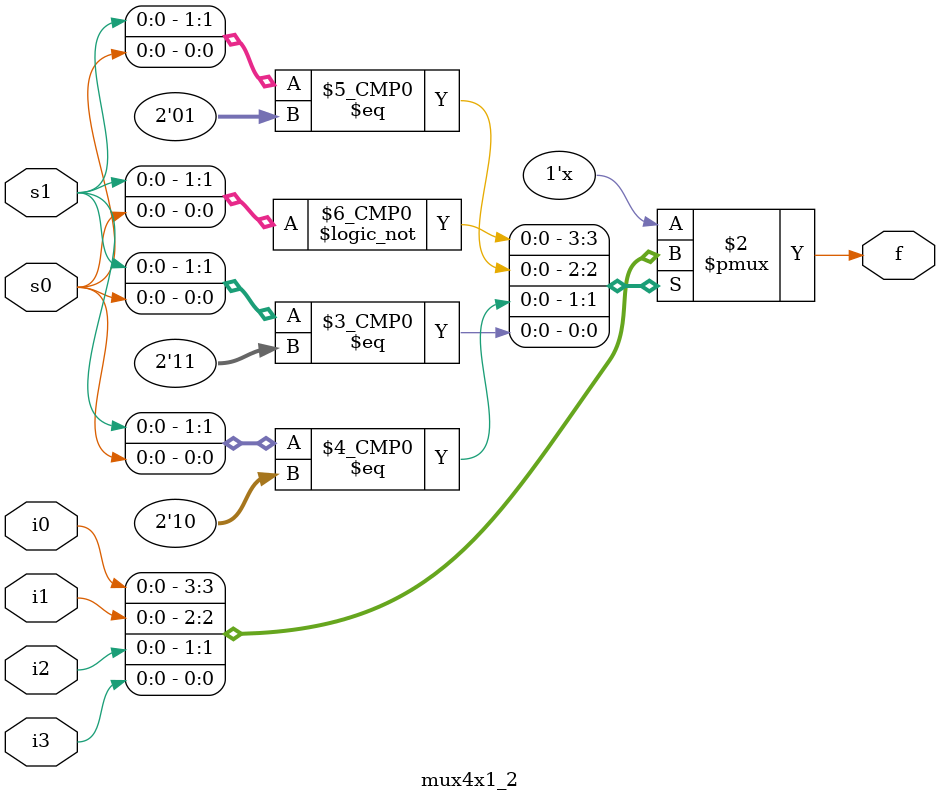
<source format=v>
module mux4x1_2 (
    input wire i0, i1, i2, i3,
    input wire s0, s1,
    output reg f
);

    always @(*) begin
        case ({s1, s0})
            2'b00: f = i0;
            2'b01: f = i1;
            2'b10: f = i2;
            2'b11: f = i3;
            default: f = 1'b0;  // Valor padrão, embora nunca deva acontecer
        endcase
    end
endmodule

</source>
